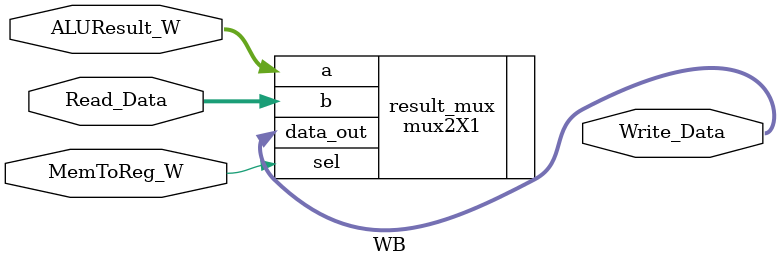
<source format=v>
`timescale 1ns / 1ps


module WB(
    input [31:0] ALUResult_W,
    input [31:0] Read_Data,
    input MemToReg_W,
    output [31:0] Write_Data
);


mux2X1 #(.DATA_BITS(32)) result_mux  (
    .a(ALUResult_W),
    .b(Read_Data),
    .sel(MemToReg_W),
    .data_out(Write_Data)
);


endmodule

</source>
